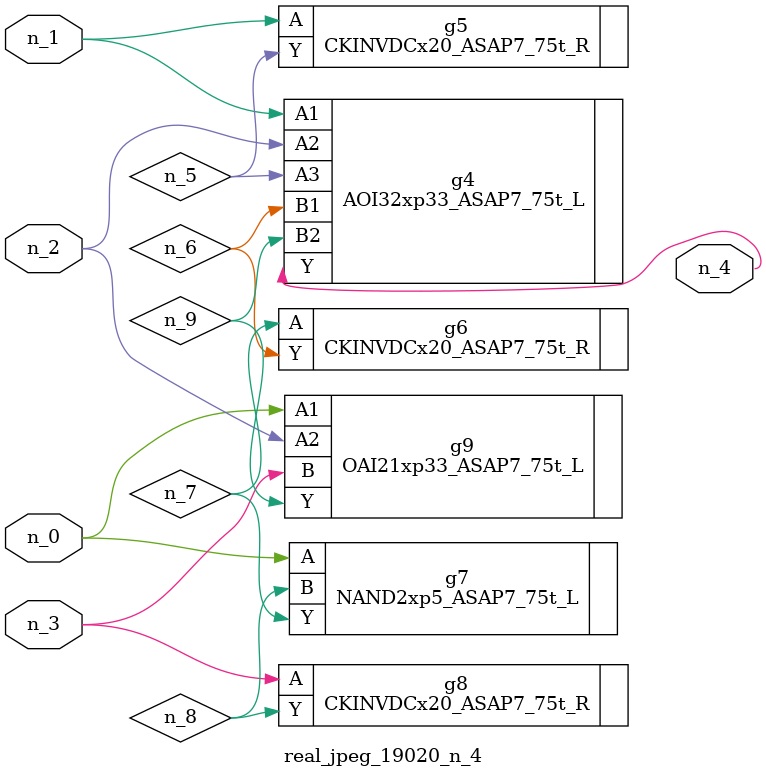
<source format=v>
module real_jpeg_19020_n_4 (n_3, n_1, n_0, n_2, n_4);

input n_3;
input n_1;
input n_0;
input n_2;

output n_4;

wire n_5;
wire n_8;
wire n_6;
wire n_7;
wire n_9;

NAND2xp5_ASAP7_75t_L g7 ( 
.A(n_0),
.B(n_8),
.Y(n_7)
);

OAI21xp33_ASAP7_75t_L g9 ( 
.A1(n_0),
.A2(n_2),
.B(n_3),
.Y(n_9)
);

AOI32xp33_ASAP7_75t_L g4 ( 
.A1(n_1),
.A2(n_2),
.A3(n_5),
.B1(n_6),
.B2(n_9),
.Y(n_4)
);

CKINVDCx20_ASAP7_75t_R g5 ( 
.A(n_1),
.Y(n_5)
);

CKINVDCx20_ASAP7_75t_R g8 ( 
.A(n_3),
.Y(n_8)
);

CKINVDCx20_ASAP7_75t_R g6 ( 
.A(n_7),
.Y(n_6)
);


endmodule
</source>
